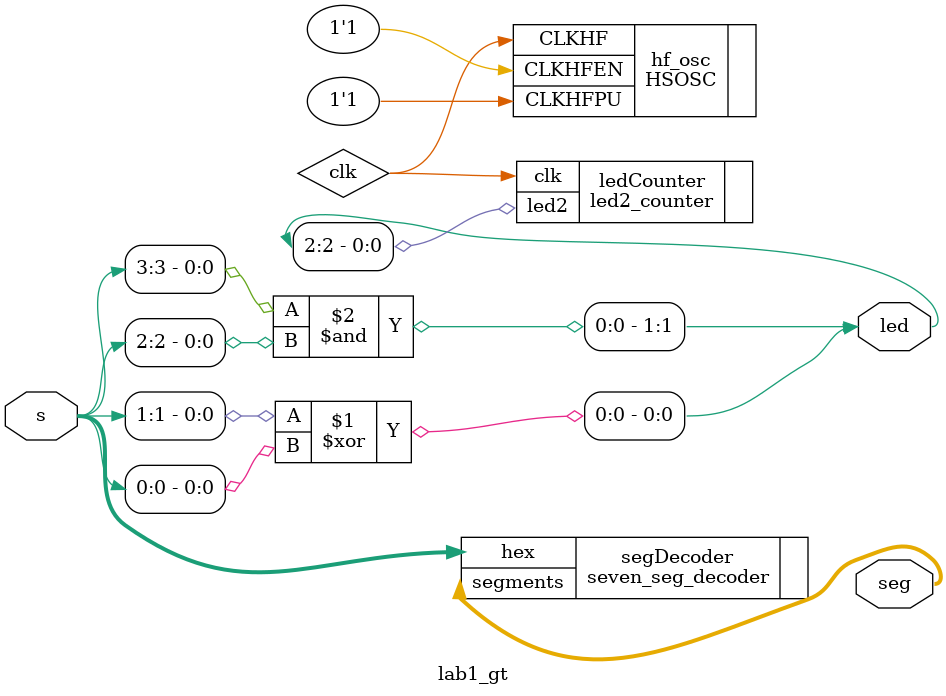
<source format=sv>

module lab1_gt(
	input  logic [3:0] s,
	output logic [2:0] led, 
	output logic [6:0] seg
);

	logic clk;
	
	// Internal high-speed oscillator (freq = 24 MHz)
	HSOSC #(.CLKHF_DIV(2'b01)) 
	      hf_osc (.CLKHFPU(1'b1), .CLKHFEN(1'b1), .CLKHF(clk));
	
	// Modules for clock-controlled LED and segment display decoders
	led2_counter      ledCounter (.clk(clk), .led2(led[2]));
	seven_seg_decoder segDecoder (.hex(s), .segments(seg));	

	// Logic for switch-controlled LEDs
	assign led[0] = s[1] ^ s[0];
    assign led[1] = s[3] & s[2];

endmodule
</source>
